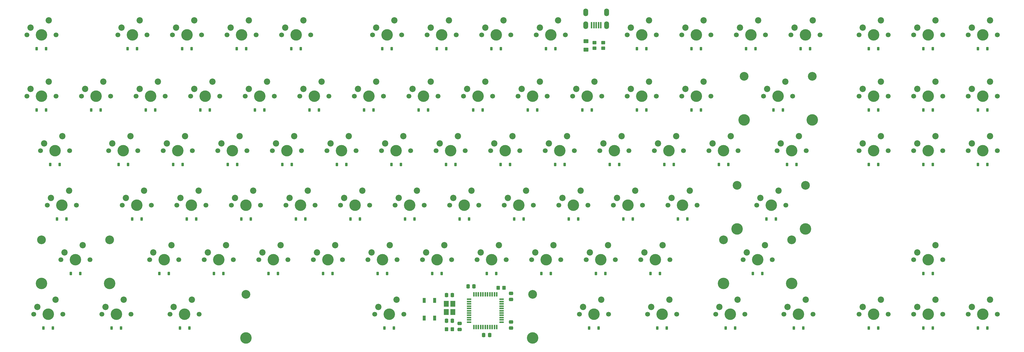
<source format=gbr>
%TF.GenerationSoftware,KiCad,Pcbnew,8.0.5*%
%TF.CreationDate,2024-09-22T12:20:42-07:00*%
%TF.ProjectId,keyboard_pcb,6b657962-6f61-4726-945f-7063622e6b69,rev?*%
%TF.SameCoordinates,Original*%
%TF.FileFunction,Soldermask,Bot*%
%TF.FilePolarity,Negative*%
%FSLAX46Y46*%
G04 Gerber Fmt 4.6, Leading zero omitted, Abs format (unit mm)*
G04 Created by KiCad (PCBNEW 8.0.5) date 2024-09-22 12:20:42*
%MOMM*%
%LPD*%
G01*
G04 APERTURE LIST*
G04 Aperture macros list*
%AMRoundRect*
0 Rectangle with rounded corners*
0 $1 Rounding radius*
0 $2 $3 $4 $5 $6 $7 $8 $9 X,Y pos of 4 corners*
0 Add a 4 corners polygon primitive as box body*
4,1,4,$2,$3,$4,$5,$6,$7,$8,$9,$2,$3,0*
0 Add four circle primitives for the rounded corners*
1,1,$1+$1,$2,$3*
1,1,$1+$1,$4,$5*
1,1,$1+$1,$6,$7*
1,1,$1+$1,$8,$9*
0 Add four rect primitives between the rounded corners*
20,1,$1+$1,$2,$3,$4,$5,0*
20,1,$1+$1,$4,$5,$6,$7,0*
20,1,$1+$1,$6,$7,$8,$9,0*
20,1,$1+$1,$8,$9,$2,$3,0*%
G04 Aperture macros list end*
%ADD10C,1.700000*%
%ADD11C,4.000000*%
%ADD12C,2.200000*%
%ADD13C,3.050000*%
%ADD14RoundRect,0.225000X0.225000X0.375000X-0.225000X0.375000X-0.225000X-0.375000X0.225000X-0.375000X0*%
%ADD15RoundRect,0.250000X0.337500X0.475000X-0.337500X0.475000X-0.337500X-0.475000X0.337500X-0.475000X0*%
%ADD16RoundRect,0.250000X0.475000X-0.337500X0.475000X0.337500X-0.475000X0.337500X-0.475000X-0.337500X0*%
%ADD17R,1.800000X2.100000*%
%ADD18RoundRect,0.250000X-0.350000X-0.450000X0.350000X-0.450000X0.350000X0.450000X-0.350000X0.450000X0*%
%ADD19R,0.550000X1.500000*%
%ADD20R,1.500000X0.550000*%
%ADD21RoundRect,0.250000X-0.475000X0.337500X-0.475000X-0.337500X0.475000X-0.337500X0.475000X0.337500X0*%
%ADD22R,0.500000X2.250000*%
%ADD23O,1.700000X2.700000*%
%ADD24RoundRect,0.250000X-0.337500X-0.475000X0.337500X-0.475000X0.337500X0.475000X-0.337500X0.475000X0*%
%ADD25RoundRect,0.250000X-0.450000X0.350000X-0.450000X-0.350000X0.450000X-0.350000X0.450000X0.350000X0*%
%ADD26R,1.100000X1.800000*%
%ADD27RoundRect,0.250000X0.350000X0.450000X-0.350000X0.450000X-0.350000X-0.450000X0.350000X-0.450000X0*%
%ADD28RoundRect,0.250001X0.624999X-0.462499X0.624999X0.462499X-0.624999X0.462499X-0.624999X-0.462499X0*%
G04 APERTURE END LIST*
D10*
%TO.C,SW83*%
X281463750Y-195262500D03*
D11*
X286543750Y-195262500D03*
D10*
X291623750Y-195262500D03*
D12*
X289083750Y-190182500D03*
X282733750Y-192722500D03*
%TD*%
D10*
%TO.C,SW11*%
X269557500Y-97631250D03*
D11*
X274637500Y-97631250D03*
D10*
X279717500Y-97631250D03*
D12*
X277177500Y-92551250D03*
X270827500Y-95091250D03*
%TD*%
D10*
%TO.C,SW51*%
X48101250Y-157162500D03*
D11*
X53181250Y-157162500D03*
D10*
X58261250Y-157162500D03*
D12*
X55721250Y-152082500D03*
X49371250Y-154622500D03*
%TD*%
D10*
%TO.C,SW15*%
X350520000Y-97631250D03*
D11*
X355600000Y-97631250D03*
D10*
X360680000Y-97631250D03*
D12*
X358140000Y-92551250D03*
X351790000Y-95091250D03*
%TD*%
D10*
%TO.C,SW41*%
X183832500Y-138112500D03*
D11*
X188912500Y-138112500D03*
D10*
X193992500Y-138112500D03*
D12*
X191452500Y-133032500D03*
X185102500Y-135572500D03*
%TD*%
D10*
%TO.C,SW55*%
X131445000Y-157162500D03*
D11*
X136525000Y-157162500D03*
D10*
X141605000Y-157162500D03*
D12*
X139065000Y-152082500D03*
X132715000Y-154622500D03*
%TD*%
D10*
%TO.C,SW73*%
X236220000Y-176212500D03*
D11*
X241300000Y-176212500D03*
D10*
X246380000Y-176212500D03*
D12*
X243840000Y-171132500D03*
X237490000Y-173672500D03*
%TD*%
D10*
%TO.C,SW79*%
X90963750Y-195262500D03*
D11*
X96043750Y-195262500D03*
D10*
X101123750Y-195262500D03*
D12*
X98583750Y-190182500D03*
X92233750Y-192722500D03*
%TD*%
D10*
%TO.C,SW28*%
X250507500Y-119062500D03*
D11*
X255587500Y-119062500D03*
D10*
X260667500Y-119062500D03*
D12*
X258127500Y-113982500D03*
X251777500Y-116522500D03*
%TD*%
D10*
%TO.C,SW71*%
X198120000Y-176212500D03*
D11*
X203200000Y-176212500D03*
D10*
X208280000Y-176212500D03*
D12*
X205740000Y-171132500D03*
X199390000Y-173672500D03*
%TD*%
D10*
%TO.C,SW33*%
X369570000Y-119062500D03*
D11*
X374650000Y-119062500D03*
D10*
X379730000Y-119062500D03*
D12*
X377190000Y-113982500D03*
X370840000Y-116522500D03*
%TD*%
D10*
%TO.C,SW5*%
X129857500Y-97631250D03*
D11*
X134937500Y-97631250D03*
D10*
X140017500Y-97631250D03*
D12*
X137477500Y-92551250D03*
X131127500Y-95091250D03*
%TD*%
D10*
%TO.C,SW82*%
X257651250Y-195262500D03*
D11*
X262731250Y-195262500D03*
D10*
X267811250Y-195262500D03*
D12*
X265271250Y-190182500D03*
X258921250Y-192722500D03*
%TD*%
D10*
%TO.C,SW8*%
X199707500Y-97631250D03*
D11*
X204787500Y-97631250D03*
D10*
X209867500Y-97631250D03*
D12*
X207327500Y-92551250D03*
X200977500Y-95091250D03*
%TD*%
D10*
%TO.C,SW86*%
X350520000Y-195262500D03*
D11*
X355600000Y-195262500D03*
D10*
X360680000Y-195262500D03*
D12*
X358140000Y-190182500D03*
X351790000Y-192722500D03*
%TD*%
D10*
%TO.C,SW31*%
X331470000Y-119062500D03*
D11*
X336550000Y-119062500D03*
D10*
X341630000Y-119062500D03*
D12*
X339090000Y-113982500D03*
X332740000Y-116522500D03*
%TD*%
D10*
%TO.C,SW72*%
X217170000Y-176212500D03*
D11*
X222250000Y-176212500D03*
D10*
X227330000Y-176212500D03*
D12*
X224790000Y-171132500D03*
X218440000Y-173672500D03*
%TD*%
D10*
%TO.C,SW70*%
X179070000Y-176212500D03*
D11*
X184150000Y-176212500D03*
D10*
X189230000Y-176212500D03*
D12*
X186690000Y-171132500D03*
X180340000Y-173672500D03*
%TD*%
D10*
%TO.C,SW58*%
X188595000Y-157162500D03*
D11*
X193675000Y-157162500D03*
D10*
X198755000Y-157162500D03*
D12*
X196215000Y-152082500D03*
X189865000Y-154622500D03*
%TD*%
D10*
%TO.C,SW26*%
X212407500Y-119062500D03*
D11*
X217487500Y-119062500D03*
D10*
X222567500Y-119062500D03*
D12*
X220027500Y-113982500D03*
X213677500Y-116522500D03*
%TD*%
D10*
%TO.C,SW78*%
X67151250Y-195262500D03*
D11*
X72231250Y-195262500D03*
D10*
X77311250Y-195262500D03*
D12*
X74771250Y-190182500D03*
X68421250Y-192722500D03*
%TD*%
D10*
%TO.C,SW87*%
X369570000Y-195262500D03*
D11*
X374650000Y-195262500D03*
D10*
X379730000Y-195262500D03*
D12*
X377190000Y-190182500D03*
X370840000Y-192722500D03*
%TD*%
D10*
%TO.C,SW10*%
X250507500Y-97631250D03*
D11*
X255587500Y-97631250D03*
D10*
X260667500Y-97631250D03*
D12*
X258127500Y-92551250D03*
X251777500Y-95091250D03*
%TD*%
D10*
%TO.C,SW19*%
X79057500Y-119062500D03*
D11*
X84137500Y-119062500D03*
D10*
X89217500Y-119062500D03*
D12*
X86677500Y-113982500D03*
X80327500Y-116522500D03*
%TD*%
D10*
%TO.C,SW67*%
X121920000Y-176212500D03*
D11*
X127000000Y-176212500D03*
D10*
X132080000Y-176212500D03*
D12*
X129540000Y-171132500D03*
X123190000Y-173672500D03*
%TD*%
D10*
%TO.C,SW35*%
X69532500Y-138112500D03*
D11*
X74612500Y-138112500D03*
D10*
X79692500Y-138112500D03*
D12*
X77152500Y-133032500D03*
X70802500Y-135572500D03*
%TD*%
D10*
%TO.C,SW16*%
X369570000Y-97631250D03*
D11*
X374650000Y-97631250D03*
D10*
X379730000Y-97631250D03*
D12*
X377190000Y-92551250D03*
X370840000Y-95091250D03*
%TD*%
D10*
%TO.C,SW36*%
X88582500Y-138112500D03*
D11*
X93662500Y-138112500D03*
D10*
X98742500Y-138112500D03*
D12*
X96202500Y-133032500D03*
X89852500Y-135572500D03*
%TD*%
D10*
%TO.C,SW81*%
X233838750Y-195262500D03*
D11*
X238918750Y-195262500D03*
D10*
X243998750Y-195262500D03*
D12*
X241458750Y-190182500D03*
X235108750Y-192722500D03*
%TD*%
D10*
%TO.C,SW12*%
X288607500Y-97631250D03*
D11*
X293687500Y-97631250D03*
D10*
X298767500Y-97631250D03*
D12*
X296227500Y-92551250D03*
X289877500Y-95091250D03*
%TD*%
D10*
%TO.C,SW14*%
X331470000Y-97631250D03*
D11*
X336550000Y-97631250D03*
D10*
X341630000Y-97631250D03*
D12*
X339090000Y-92551250D03*
X332740000Y-95091250D03*
%TD*%
D10*
%TO.C,SW34*%
X45720000Y-138112500D03*
D11*
X50800000Y-138112500D03*
D10*
X55880000Y-138112500D03*
D12*
X53340000Y-133032500D03*
X46990000Y-135572500D03*
%TD*%
D10*
%TO.C,SW3*%
X91757500Y-97631250D03*
D11*
X96837500Y-97631250D03*
D10*
X101917500Y-97631250D03*
D12*
X99377500Y-92551250D03*
X93027500Y-95091250D03*
%TD*%
D10*
%TO.C,SW18*%
X60007500Y-119062500D03*
D11*
X65087500Y-119062500D03*
D10*
X70167500Y-119062500D03*
D12*
X67627500Y-113982500D03*
X61277500Y-116522500D03*
%TD*%
D10*
%TO.C,SW68*%
X140970000Y-176212500D03*
D11*
X146050000Y-176212500D03*
D10*
X151130000Y-176212500D03*
D12*
X148590000Y-171132500D03*
X142240000Y-173672500D03*
%TD*%
D10*
%TO.C,SW52*%
X74295000Y-157162500D03*
D11*
X79375000Y-157162500D03*
D10*
X84455000Y-157162500D03*
D12*
X81915000Y-152082500D03*
X75565000Y-154622500D03*
%TD*%
D10*
%TO.C,SW29*%
X269557500Y-119062500D03*
D11*
X274637500Y-119062500D03*
D10*
X279717500Y-119062500D03*
D12*
X277177500Y-113982500D03*
X270827500Y-116522500D03*
%TD*%
D10*
%TO.C,SW54*%
X112395000Y-157162500D03*
D11*
X117475000Y-157162500D03*
D10*
X122555000Y-157162500D03*
D12*
X120015000Y-152082500D03*
X113665000Y-154622500D03*
%TD*%
D10*
%TO.C,SW43*%
X221932500Y-138112500D03*
D11*
X227012500Y-138112500D03*
D10*
X232092500Y-138112500D03*
D12*
X229552500Y-133032500D03*
X223202500Y-135572500D03*
%TD*%
D10*
%TO.C,SW44*%
X240982500Y-138112500D03*
D11*
X246062500Y-138112500D03*
D10*
X251142500Y-138112500D03*
D12*
X248602500Y-133032500D03*
X242252500Y-135572500D03*
%TD*%
D10*
%TO.C,SW84*%
X305276250Y-195262500D03*
D11*
X310356250Y-195262500D03*
D10*
X315436250Y-195262500D03*
D12*
X312896250Y-190182500D03*
X306546250Y-192722500D03*
%TD*%
D10*
%TO.C,SW56*%
X150495000Y-157162500D03*
D11*
X155575000Y-157162500D03*
D10*
X160655000Y-157162500D03*
D12*
X158115000Y-152082500D03*
X151765000Y-154622500D03*
%TD*%
D10*
%TO.C,SW65*%
X83820000Y-176212500D03*
D11*
X88900000Y-176212500D03*
D10*
X93980000Y-176212500D03*
D12*
X91440000Y-171132500D03*
X85090000Y-173672500D03*
%TD*%
D10*
%TO.C,SW60*%
X226695000Y-157162500D03*
D11*
X231775000Y-157162500D03*
D10*
X236855000Y-157162500D03*
D12*
X234315000Y-152082500D03*
X227965000Y-154622500D03*
%TD*%
D10*
%TO.C,SW59*%
X207645000Y-157162500D03*
D11*
X212725000Y-157162500D03*
D10*
X217805000Y-157162500D03*
D12*
X215265000Y-152082500D03*
X208915000Y-154622500D03*
%TD*%
D13*
%TO.C,SW80*%
X117481250Y-188262500D03*
D11*
X117481250Y-203502500D03*
D10*
X162401250Y-195262500D03*
D11*
X167481250Y-195262500D03*
D10*
X172561250Y-195262500D03*
D13*
X217481250Y-188262500D03*
D11*
X217481250Y-203502500D03*
D12*
X170021250Y-190182500D03*
X163671250Y-192722500D03*
%TD*%
D10*
%TO.C,SW27*%
X231457500Y-119062500D03*
D11*
X236537500Y-119062500D03*
D10*
X241617500Y-119062500D03*
D12*
X239077500Y-113982500D03*
X232727500Y-116522500D03*
%TD*%
D10*
%TO.C,SW40*%
X164782500Y-138112500D03*
D11*
X169862500Y-138112500D03*
D10*
X174942500Y-138112500D03*
D12*
X172402500Y-133032500D03*
X166052500Y-135572500D03*
%TD*%
D10*
%TO.C,SW25*%
X193357500Y-119062500D03*
D11*
X198437500Y-119062500D03*
D10*
X203517500Y-119062500D03*
D12*
X200977500Y-113982500D03*
X194627500Y-116522500D03*
%TD*%
D10*
%TO.C,SW21*%
X117157500Y-119062500D03*
D11*
X122237500Y-119062500D03*
D10*
X127317500Y-119062500D03*
D12*
X124777500Y-113982500D03*
X118427500Y-116522500D03*
%TD*%
D10*
%TO.C,SW7*%
X180657500Y-97631250D03*
D11*
X185737500Y-97631250D03*
D10*
X190817500Y-97631250D03*
D12*
X188277500Y-92551250D03*
X181927500Y-95091250D03*
%TD*%
D10*
%TO.C,SW46*%
X279082500Y-138112500D03*
D11*
X284162500Y-138112500D03*
D10*
X289242500Y-138112500D03*
D12*
X286702500Y-133032500D03*
X280352500Y-135572500D03*
%TD*%
D13*
%TO.C,SW63*%
X288931250Y-150162500D03*
D11*
X288931250Y-165402500D03*
D10*
X295751250Y-157162500D03*
D11*
X300831250Y-157162500D03*
D10*
X305911250Y-157162500D03*
D13*
X312731250Y-150162500D03*
D11*
X312731250Y-165402500D03*
D12*
X303371250Y-152082500D03*
X297021250Y-154622500D03*
%TD*%
D10*
%TO.C,SW49*%
X350520000Y-138112500D03*
D11*
X355600000Y-138112500D03*
D10*
X360680000Y-138112500D03*
D12*
X358140000Y-133032500D03*
X351790000Y-135572500D03*
%TD*%
D10*
%TO.C,SW6*%
X161607500Y-97631250D03*
D11*
X166687500Y-97631250D03*
D10*
X171767500Y-97631250D03*
D12*
X169227500Y-92551250D03*
X162877500Y-95091250D03*
%TD*%
D13*
%TO.C,SW30*%
X291312500Y-112062500D03*
D11*
X291312500Y-127302500D03*
D10*
X298132500Y-119062500D03*
D11*
X303212500Y-119062500D03*
D10*
X308292500Y-119062500D03*
D13*
X315112500Y-112062500D03*
D11*
X315112500Y-127302500D03*
D12*
X305752500Y-113982500D03*
X299402500Y-116522500D03*
%TD*%
D10*
%TO.C,SW50*%
X369570000Y-138112500D03*
D11*
X374650000Y-138112500D03*
D10*
X379730000Y-138112500D03*
D12*
X377190000Y-133032500D03*
X370840000Y-135572500D03*
%TD*%
D10*
%TO.C,SW45*%
X260032500Y-138112500D03*
D11*
X265112500Y-138112500D03*
D10*
X270192500Y-138112500D03*
D12*
X267652500Y-133032500D03*
X261302500Y-135572500D03*
%TD*%
D10*
%TO.C,SW20*%
X98107500Y-119062500D03*
D11*
X103187500Y-119062500D03*
D10*
X108267500Y-119062500D03*
D12*
X105727500Y-113982500D03*
X99377500Y-116522500D03*
%TD*%
D10*
%TO.C,SW61*%
X245745000Y-157162500D03*
D11*
X250825000Y-157162500D03*
D10*
X255905000Y-157162500D03*
D12*
X253365000Y-152082500D03*
X247015000Y-154622500D03*
%TD*%
D13*
%TO.C,SW75*%
X284168750Y-169212500D03*
D11*
X284168750Y-184452500D03*
D10*
X290988750Y-176212500D03*
D11*
X296068750Y-176212500D03*
D10*
X301148750Y-176212500D03*
D13*
X307968750Y-169212500D03*
D11*
X307968750Y-184452500D03*
D12*
X298608750Y-171132500D03*
X292258750Y-173672500D03*
%TD*%
D10*
%TO.C,SW42*%
X202882500Y-138112500D03*
D11*
X207962500Y-138112500D03*
D10*
X213042500Y-138112500D03*
D12*
X210502500Y-133032500D03*
X204152500Y-135572500D03*
%TD*%
D10*
%TO.C,SW62*%
X264795000Y-157162500D03*
D11*
X269875000Y-157162500D03*
D10*
X274955000Y-157162500D03*
D12*
X272415000Y-152082500D03*
X266065000Y-154622500D03*
%TD*%
D10*
%TO.C,SW17*%
X40957500Y-119062500D03*
D11*
X46037500Y-119062500D03*
D10*
X51117500Y-119062500D03*
D12*
X48577500Y-113982500D03*
X42227500Y-116522500D03*
%TD*%
D10*
%TO.C,SW47*%
X302895000Y-138112500D03*
D11*
X307975000Y-138112500D03*
D10*
X313055000Y-138112500D03*
D12*
X310515000Y-133032500D03*
X304165000Y-135572500D03*
%TD*%
D10*
%TO.C,SW1*%
X40957500Y-97631250D03*
D11*
X46037500Y-97631250D03*
D10*
X51117500Y-97631250D03*
D12*
X48577500Y-92551250D03*
X42227500Y-95091250D03*
%TD*%
D10*
%TO.C,SW37*%
X107632500Y-138112500D03*
D11*
X112712500Y-138112500D03*
D10*
X117792500Y-138112500D03*
D12*
X115252500Y-133032500D03*
X108902500Y-135572500D03*
%TD*%
D10*
%TO.C,SW24*%
X174307500Y-119062500D03*
D11*
X179387500Y-119062500D03*
D10*
X184467500Y-119062500D03*
D12*
X181927500Y-113982500D03*
X175577500Y-116522500D03*
%TD*%
D10*
%TO.C,SW32*%
X350520000Y-119062500D03*
D11*
X355600000Y-119062500D03*
D10*
X360680000Y-119062500D03*
D12*
X358140000Y-113982500D03*
X351790000Y-116522500D03*
%TD*%
D10*
%TO.C,SW2*%
X72707500Y-97631250D03*
D11*
X77787500Y-97631250D03*
D10*
X82867500Y-97631250D03*
D12*
X80327500Y-92551250D03*
X73977500Y-95091250D03*
%TD*%
D10*
%TO.C,SW76*%
X350520000Y-176212500D03*
D11*
X355600000Y-176212500D03*
D10*
X360680000Y-176212500D03*
D12*
X358140000Y-171132500D03*
X351790000Y-173672500D03*
%TD*%
D10*
%TO.C,SW69*%
X160020000Y-176212500D03*
D11*
X165100000Y-176212500D03*
D10*
X170180000Y-176212500D03*
D12*
X167640000Y-171132500D03*
X161290000Y-173672500D03*
%TD*%
D10*
%TO.C,SW39*%
X145732500Y-138112500D03*
D11*
X150812500Y-138112500D03*
D10*
X155892500Y-138112500D03*
D12*
X153352500Y-133032500D03*
X147002500Y-135572500D03*
%TD*%
D10*
%TO.C,SW48*%
X331470000Y-138112500D03*
D11*
X336550000Y-138112500D03*
D10*
X341630000Y-138112500D03*
D12*
X339090000Y-133032500D03*
X332740000Y-135572500D03*
%TD*%
D10*
%TO.C,SW57*%
X169545000Y-157162500D03*
D11*
X174625000Y-157162500D03*
D10*
X179705000Y-157162500D03*
D12*
X177165000Y-152082500D03*
X170815000Y-154622500D03*
%TD*%
D10*
%TO.C,SW77*%
X43338750Y-195262500D03*
D11*
X48418750Y-195262500D03*
D10*
X53498750Y-195262500D03*
D12*
X50958750Y-190182500D03*
X44608750Y-192722500D03*
%TD*%
D10*
%TO.C,SW38*%
X126682500Y-138112500D03*
D11*
X131762500Y-138112500D03*
D10*
X136842500Y-138112500D03*
D12*
X134302500Y-133032500D03*
X127952500Y-135572500D03*
%TD*%
D10*
%TO.C,SW9*%
X218757500Y-97631250D03*
D11*
X223837500Y-97631250D03*
D10*
X228917500Y-97631250D03*
D12*
X226377500Y-92551250D03*
X220027500Y-95091250D03*
%TD*%
D10*
%TO.C,SW23*%
X155257500Y-119062500D03*
D11*
X160337500Y-119062500D03*
D10*
X165417500Y-119062500D03*
D12*
X162877500Y-113982500D03*
X156527500Y-116522500D03*
%TD*%
D10*
%TO.C,SW13*%
X307657500Y-97631250D03*
D11*
X312737500Y-97631250D03*
D10*
X317817500Y-97631250D03*
D12*
X315277500Y-92551250D03*
X308927500Y-95091250D03*
%TD*%
D10*
%TO.C,SW53*%
X93345000Y-157162500D03*
D11*
X98425000Y-157162500D03*
D10*
X103505000Y-157162500D03*
D12*
X100965000Y-152082500D03*
X94615000Y-154622500D03*
%TD*%
D13*
%TO.C,SW64*%
X46043750Y-169212500D03*
D11*
X46043750Y-184452500D03*
D10*
X52863750Y-176212500D03*
D11*
X57943750Y-176212500D03*
D10*
X63023750Y-176212500D03*
D13*
X69843750Y-169212500D03*
D11*
X69843750Y-184452500D03*
D12*
X60483750Y-171132500D03*
X54133750Y-173672500D03*
%TD*%
D10*
%TO.C,SW85*%
X331470000Y-195262500D03*
D11*
X336550000Y-195262500D03*
D10*
X341630000Y-195262500D03*
D12*
X339090000Y-190182500D03*
X332740000Y-192722500D03*
%TD*%
D10*
%TO.C,SW22*%
X136207500Y-119062500D03*
D11*
X141287500Y-119062500D03*
D10*
X146367500Y-119062500D03*
D12*
X143827500Y-113982500D03*
X137477500Y-116522500D03*
%TD*%
D10*
%TO.C,SW66*%
X102870000Y-176212500D03*
D11*
X107950000Y-176212500D03*
D10*
X113030000Y-176212500D03*
D12*
X110490000Y-171132500D03*
X104140000Y-173672500D03*
%TD*%
D10*
%TO.C,SW4*%
X110807500Y-97631250D03*
D11*
X115887500Y-97631250D03*
D10*
X120967500Y-97631250D03*
D12*
X118427500Y-92551250D03*
X112077500Y-95091250D03*
%TD*%
D10*
%TO.C,SW74*%
X255270000Y-176212500D03*
D11*
X260350000Y-176212500D03*
D10*
X265430000Y-176212500D03*
D12*
X262890000Y-171132500D03*
X256540000Y-173672500D03*
%TD*%
D14*
%TO.C,D61*%
X252475000Y-161925000D03*
X249175000Y-161925000D03*
%TD*%
%TO.C,D47*%
X309625000Y-142875000D03*
X306325000Y-142875000D03*
%TD*%
%TO.C,D34*%
X52450000Y-142875000D03*
X49150000Y-142875000D03*
%TD*%
%TO.C,D79*%
X97693750Y-200025000D03*
X94393750Y-200025000D03*
%TD*%
%TO.C,D81*%
X240568750Y-200025000D03*
X237268750Y-200025000D03*
%TD*%
%TO.C,D84*%
X312006250Y-200025000D03*
X308706250Y-200025000D03*
%TD*%
%TO.C,D80*%
X169131250Y-200025000D03*
X165831250Y-200025000D03*
%TD*%
%TO.C,D48*%
X338200000Y-142875000D03*
X334900000Y-142875000D03*
%TD*%
%TO.C,D24*%
X181037500Y-123825000D03*
X177737500Y-123825000D03*
%TD*%
D15*
%TO.C,C2*%
X197037500Y-185500000D03*
X194962500Y-185500000D03*
%TD*%
D14*
%TO.C,D53*%
X100075000Y-161925000D03*
X96775000Y-161925000D03*
%TD*%
%TO.C,D31*%
X338200000Y-123825000D03*
X334900000Y-123825000D03*
%TD*%
%TO.C,D15*%
X357250000Y-102393750D03*
X353950000Y-102393750D03*
%TD*%
%TO.C,D63*%
X302481250Y-161925000D03*
X299181250Y-161925000D03*
%TD*%
D16*
%TO.C,C5*%
X210000000Y-200037500D03*
X210000000Y-197962500D03*
%TD*%
D14*
%TO.C,D64*%
X59593750Y-180975000D03*
X56293750Y-180975000D03*
%TD*%
%TO.C,D12*%
X295337500Y-102393750D03*
X292037500Y-102393750D03*
%TD*%
%TO.C,D8*%
X206437500Y-102393750D03*
X203137500Y-102393750D03*
%TD*%
%TO.C,D41*%
X190562500Y-142875000D03*
X187262500Y-142875000D03*
%TD*%
%TO.C,D22*%
X142937500Y-123825000D03*
X139637500Y-123825000D03*
%TD*%
%TO.C,D3*%
X98487500Y-102393750D03*
X95187500Y-102393750D03*
%TD*%
%TO.C,D35*%
X76262500Y-142875000D03*
X72962500Y-142875000D03*
%TD*%
%TO.C,D21*%
X123887500Y-123825000D03*
X120587500Y-123825000D03*
%TD*%
%TO.C,D2*%
X79437500Y-102393750D03*
X76137500Y-102393750D03*
%TD*%
%TO.C,D67*%
X128650000Y-180975000D03*
X125350000Y-180975000D03*
%TD*%
%TO.C,D14*%
X338200000Y-102393750D03*
X334900000Y-102393750D03*
%TD*%
%TO.C,D40*%
X171512500Y-142875000D03*
X168212500Y-142875000D03*
%TD*%
D17*
%TO.C,Y1*%
X189650000Y-191550000D03*
X189650000Y-194450000D03*
X187350000Y-194450000D03*
X187350000Y-191550000D03*
%TD*%
D16*
%TO.C,C4*%
X192000000Y-200537500D03*
X192000000Y-198462500D03*
%TD*%
D14*
%TO.C,D72*%
X223900000Y-180975000D03*
X220600000Y-180975000D03*
%TD*%
%TO.C,D9*%
X225487500Y-102393750D03*
X222187500Y-102393750D03*
%TD*%
%TO.C,D42*%
X209612500Y-142875000D03*
X206312500Y-142875000D03*
%TD*%
%TO.C,D25*%
X200087500Y-123825000D03*
X196787500Y-123825000D03*
%TD*%
D18*
%TO.C,R1*%
X205500000Y-186000000D03*
X207500000Y-186000000D03*
%TD*%
D14*
%TO.C,D45*%
X266762500Y-142875000D03*
X263462500Y-142875000D03*
%TD*%
%TO.C,D78*%
X73881250Y-200025000D03*
X70581250Y-200025000D03*
%TD*%
D19*
%TO.C,U1*%
X205000000Y-199700000D03*
X204200000Y-199700000D03*
X203400000Y-199700000D03*
X202600000Y-199700000D03*
X201800000Y-199700000D03*
X201000000Y-199700000D03*
X200200000Y-199700000D03*
X199400000Y-199700000D03*
X198600000Y-199700000D03*
X197800000Y-199700000D03*
X197000000Y-199700000D03*
D20*
X195300000Y-198000000D03*
X195300000Y-197200000D03*
X195300000Y-196400000D03*
X195300000Y-195600000D03*
X195300000Y-194800000D03*
X195300000Y-194000000D03*
X195300000Y-193200000D03*
X195300000Y-192400000D03*
X195300000Y-191600000D03*
X195300000Y-190800000D03*
X195300000Y-190000000D03*
D19*
X197000000Y-188300000D03*
X197800000Y-188300000D03*
X198600000Y-188300000D03*
X199400000Y-188300000D03*
X200200000Y-188300000D03*
X201000000Y-188300000D03*
X201800000Y-188300000D03*
X202600000Y-188300000D03*
X203400000Y-188300000D03*
X204200000Y-188300000D03*
X205000000Y-188300000D03*
D20*
X206700000Y-190000000D03*
X206700000Y-190800000D03*
X206700000Y-191600000D03*
X206700000Y-192400000D03*
X206700000Y-193200000D03*
X206700000Y-194000000D03*
X206700000Y-194800000D03*
X206700000Y-195600000D03*
X206700000Y-196400000D03*
X206700000Y-197200000D03*
X206700000Y-198000000D03*
%TD*%
D14*
%TO.C,D39*%
X152462500Y-142875000D03*
X149162500Y-142875000D03*
%TD*%
%TO.C,D46*%
X285812500Y-142875000D03*
X282512500Y-142875000D03*
%TD*%
%TO.C,D62*%
X271525000Y-161925000D03*
X268225000Y-161925000D03*
%TD*%
D21*
%TO.C,C3*%
X210000000Y-187962500D03*
X210000000Y-190037500D03*
%TD*%
D14*
%TO.C,D71*%
X204850000Y-180975000D03*
X201550000Y-180975000D03*
%TD*%
%TO.C,D27*%
X238187500Y-123825000D03*
X234887500Y-123825000D03*
%TD*%
%TO.C,D36*%
X95312500Y-142875000D03*
X92012500Y-142875000D03*
%TD*%
%TO.C,D29*%
X276287500Y-123825000D03*
X272987500Y-123825000D03*
%TD*%
%TO.C,D50*%
X376300000Y-142875000D03*
X373000000Y-142875000D03*
%TD*%
%TO.C,D73*%
X242950000Y-180975000D03*
X239650000Y-180975000D03*
%TD*%
%TO.C,D5*%
X136587500Y-102393750D03*
X133287500Y-102393750D03*
%TD*%
%TO.C,D56*%
X157225000Y-161925000D03*
X153925000Y-161925000D03*
%TD*%
%TO.C,D44*%
X247712500Y-142875000D03*
X244412500Y-142875000D03*
%TD*%
%TO.C,D74*%
X262000000Y-180975000D03*
X258700000Y-180975000D03*
%TD*%
D22*
%TO.C,USB1*%
X241312500Y-94193750D03*
X240512500Y-94193750D03*
X239712500Y-94193750D03*
X238912500Y-94193750D03*
X238112500Y-94193750D03*
D23*
X243362500Y-89693750D03*
X236062500Y-89693750D03*
X243362500Y-94193750D03*
X236062500Y-94193750D03*
%TD*%
D14*
%TO.C,D7*%
X187387500Y-102393750D03*
X184087500Y-102393750D03*
%TD*%
%TO.C,D38*%
X133412500Y-142875000D03*
X130112500Y-142875000D03*
%TD*%
%TO.C,D30*%
X304862500Y-123825000D03*
X301562500Y-123825000D03*
%TD*%
D24*
%TO.C,C6*%
X187462500Y-188500000D03*
X189537500Y-188500000D03*
%TD*%
D14*
%TO.C,D68*%
X147700000Y-180975000D03*
X144400000Y-180975000D03*
%TD*%
%TO.C,D28*%
X257237500Y-123825000D03*
X253937500Y-123825000D03*
%TD*%
D25*
%TO.C,R2*%
X242137500Y-100287500D03*
X242137500Y-102287500D03*
%TD*%
D14*
%TO.C,D86*%
X357250000Y-200025000D03*
X353950000Y-200025000D03*
%TD*%
%TO.C,D70*%
X185800000Y-180975000D03*
X182500000Y-180975000D03*
%TD*%
%TO.C,D76*%
X357250000Y-180975000D03*
X353950000Y-180975000D03*
%TD*%
%TO.C,D49*%
X357250000Y-142875000D03*
X353950000Y-142875000D03*
%TD*%
%TO.C,D18*%
X66737500Y-123825000D03*
X63437500Y-123825000D03*
%TD*%
%TO.C,D26*%
X219137500Y-123825000D03*
X215837500Y-123825000D03*
%TD*%
D25*
%TO.C,R3*%
X239137500Y-100287500D03*
X239137500Y-102287500D03*
%TD*%
D14*
%TO.C,D55*%
X138175000Y-161925000D03*
X134875000Y-161925000D03*
%TD*%
%TO.C,D1*%
X47687500Y-102393750D03*
X44387500Y-102393750D03*
%TD*%
%TO.C,D6*%
X168337500Y-102393750D03*
X165037500Y-102393750D03*
%TD*%
%TO.C,D11*%
X276287500Y-102393750D03*
X272987500Y-102393750D03*
%TD*%
D26*
%TO.C,SW88*%
X183350000Y-196600000D03*
X183350000Y-190400000D03*
X179650000Y-196600000D03*
X179650000Y-190400000D03*
%TD*%
D24*
%TO.C,C1*%
X200462500Y-202500000D03*
X202537500Y-202500000D03*
%TD*%
D14*
%TO.C,D20*%
X104837500Y-123825000D03*
X101537500Y-123825000D03*
%TD*%
%TO.C,D69*%
X166750000Y-180975000D03*
X163450000Y-180975000D03*
%TD*%
%TO.C,D82*%
X264381250Y-200025000D03*
X261081250Y-200025000D03*
%TD*%
%TO.C,D51*%
X54831250Y-161925000D03*
X51531250Y-161925000D03*
%TD*%
%TO.C,D43*%
X228662500Y-142875000D03*
X225362500Y-142875000D03*
%TD*%
%TO.C,D87*%
X376300000Y-200025000D03*
X373000000Y-200025000D03*
%TD*%
%TO.C,D77*%
X50068750Y-200025000D03*
X46768750Y-200025000D03*
%TD*%
%TO.C,D33*%
X376300000Y-123825000D03*
X373000000Y-123825000D03*
%TD*%
%TO.C,D75*%
X297718750Y-180975000D03*
X294418750Y-180975000D03*
%TD*%
%TO.C,D32*%
X357250000Y-123825000D03*
X353950000Y-123825000D03*
%TD*%
%TO.C,D23*%
X161987500Y-123825000D03*
X158687500Y-123825000D03*
%TD*%
%TO.C,D16*%
X376300000Y-102393750D03*
X373000000Y-102393750D03*
%TD*%
%TO.C,D57*%
X176275000Y-161925000D03*
X172975000Y-161925000D03*
%TD*%
D27*
%TO.C,R4*%
X189500000Y-200500000D03*
X187500000Y-200500000D03*
%TD*%
D14*
%TO.C,D17*%
X47687500Y-123825000D03*
X44387500Y-123825000D03*
%TD*%
%TO.C,D4*%
X117537500Y-102393750D03*
X114237500Y-102393750D03*
%TD*%
D28*
%TO.C,F1*%
X236137500Y-102775000D03*
X236137500Y-99800000D03*
%TD*%
D14*
%TO.C,D58*%
X195325000Y-161925000D03*
X192025000Y-161925000D03*
%TD*%
%TO.C,D10*%
X257237500Y-102393750D03*
X253937500Y-102393750D03*
%TD*%
%TO.C,D19*%
X85787500Y-123825000D03*
X82487500Y-123825000D03*
%TD*%
%TO.C,D59*%
X214375000Y-161925000D03*
X211075000Y-161925000D03*
%TD*%
%TO.C,D65*%
X90550000Y-180975000D03*
X87250000Y-180975000D03*
%TD*%
%TO.C,D37*%
X114362500Y-142875000D03*
X111062500Y-142875000D03*
%TD*%
%TO.C,D54*%
X119125000Y-161925000D03*
X115825000Y-161925000D03*
%TD*%
D15*
%TO.C,C7*%
X189537500Y-197500000D03*
X187462500Y-197500000D03*
%TD*%
D14*
%TO.C,D60*%
X233425000Y-161925000D03*
X230125000Y-161925000D03*
%TD*%
%TO.C,D83*%
X288193750Y-200025000D03*
X284893750Y-200025000D03*
%TD*%
%TO.C,D66*%
X109600000Y-180975000D03*
X106300000Y-180975000D03*
%TD*%
%TO.C,D13*%
X314387500Y-102393750D03*
X311087500Y-102393750D03*
%TD*%
%TO.C,D52*%
X81025000Y-161925000D03*
X77725000Y-161925000D03*
%TD*%
%TO.C,D85*%
X338200000Y-200025000D03*
X334900000Y-200025000D03*
%TD*%
M02*

</source>
